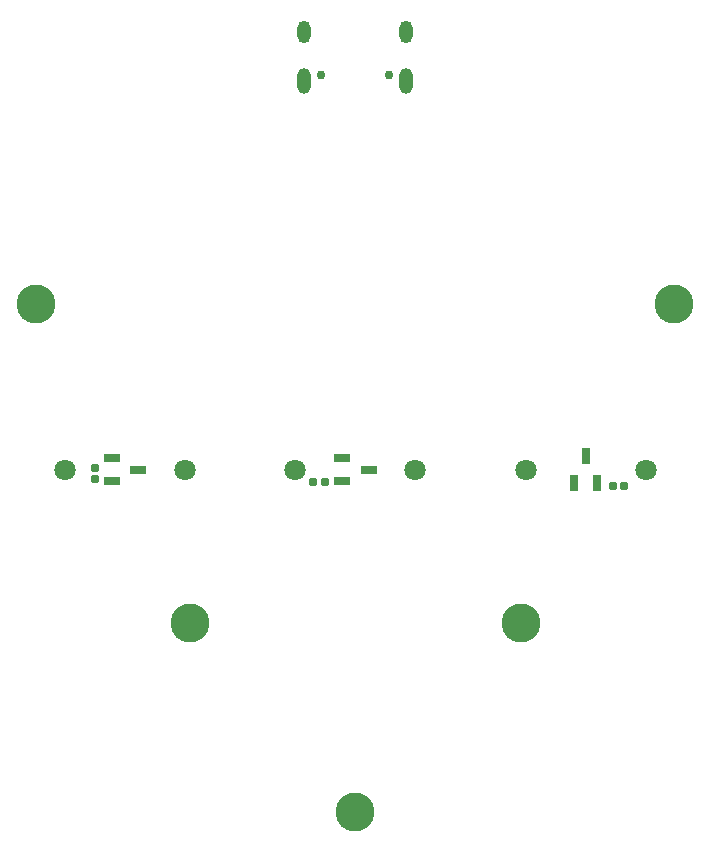
<source format=gbr>
%TF.GenerationSoftware,KiCad,Pcbnew,(7.0.0-0)*%
%TF.CreationDate,2023-03-07T01:41:50-06:00*%
%TF.ProjectId,RP2040_minimal,52503230-3430-45f6-9d69-6e696d616c2e,REV1*%
%TF.SameCoordinates,Original*%
%TF.FileFunction,Soldermask,Bot*%
%TF.FilePolarity,Negative*%
%FSLAX46Y46*%
G04 Gerber Fmt 4.6, Leading zero omitted, Abs format (unit mm)*
G04 Created by KiCad (PCBNEW (7.0.0-0)) date 2023-03-07 01:41:50*
%MOMM*%
%LPD*%
G01*
G04 APERTURE LIST*
G04 Aperture macros list*
%AMRoundRect*
0 Rectangle with rounded corners*
0 $1 Rounding radius*
0 $2 $3 $4 $5 $6 $7 $8 $9 X,Y pos of 4 corners*
0 Add a 4 corners polygon primitive as box body*
4,1,4,$2,$3,$4,$5,$6,$7,$8,$9,$2,$3,0*
0 Add four circle primitives for the rounded corners*
1,1,$1+$1,$2,$3*
1,1,$1+$1,$4,$5*
1,1,$1+$1,$6,$7*
1,1,$1+$1,$8,$9*
0 Add four rect primitives between the rounded corners*
20,1,$1+$1,$2,$3,$4,$5,0*
20,1,$1+$1,$4,$5,$6,$7,0*
20,1,$1+$1,$6,$7,$8,$9,0*
20,1,$1+$1,$8,$9,$2,$3,0*%
G04 Aperture macros list end*
%ADD10C,1.802000*%
%ADD11RoundRect,0.191000X-0.170000X0.140000X-0.170000X-0.140000X0.170000X-0.140000X0.170000X0.140000X0*%
%ADD12RoundRect,0.191000X0.140000X0.170000X-0.140000X0.170000X-0.140000X-0.170000X0.140000X-0.170000X0*%
%ADD13RoundRect,0.191000X-0.140000X-0.170000X0.140000X-0.170000X0.140000X0.170000X-0.140000X0.170000X0*%
%ADD14C,3.302000*%
%ADD15C,0.752000*%
%ADD16O,1.102000X2.202000*%
%ADD17O,1.102000X1.902000*%
%ADD18RoundRect,0.201000X0.150000X-0.512500X0.150000X0.512500X-0.150000X0.512500X-0.150000X-0.512500X0*%
%ADD19RoundRect,0.201000X-0.512500X-0.150000X0.512500X-0.150000X0.512500X0.150000X-0.512500X0.150000X0*%
G04 APERTURE END LIST*
D10*
%TO.C,REF\u002A\u002A*%
X-14420000Y0D03*
X-24580000Y0D03*
%TD*%
%TO.C,REF\u002A\u002A*%
X14420000Y0D03*
X24580000Y0D03*
%TD*%
%TO.C,REF\u002A\u002A*%
X5080000Y0D03*
X-5080000Y0D03*
%TD*%
D11*
%TO.C,C18*%
X-22040000Y-810000D03*
X-22040000Y150000D03*
%TD*%
D12*
%TO.C,C20*%
X22770000Y-1370000D03*
X21810000Y-1370000D03*
%TD*%
D13*
%TO.C,C19*%
X-3550000Y-1020000D03*
X-2590000Y-1020000D03*
%TD*%
D14*
%TO.C,H3*%
X0Y-29000000D03*
%TD*%
D15*
%TO.C,P1*%
X2890000Y33395000D03*
X-2890000Y33395000D03*
D16*
X4319999Y32894999D03*
D17*
X4319999Y37074999D03*
D16*
X-4319999Y32894999D03*
D17*
X-4319999Y37074999D03*
%TD*%
D14*
%TO.C,H2*%
X-27000000Y14000000D03*
%TD*%
%TO.C,REF\u002A\u002A*%
X-14000000Y-13000000D03*
%TD*%
%TO.C,H1*%
X27000000Y14000000D03*
%TD*%
%TO.C,REF\u002A\u002A*%
X14000000Y-13000000D03*
%TD*%
D18*
%TO.C,S3*%
X20450000Y-1137500D03*
X18550000Y-1137500D03*
X19500000Y1137500D03*
%TD*%
D19*
%TO.C,S2*%
X-1137500Y-950000D03*
X-1137500Y950000D03*
X1137500Y0D03*
%TD*%
%TO.C,S1*%
X-18362500Y0D03*
X-20637500Y950000D03*
X-20637500Y-950000D03*
%TD*%
M02*

</source>
